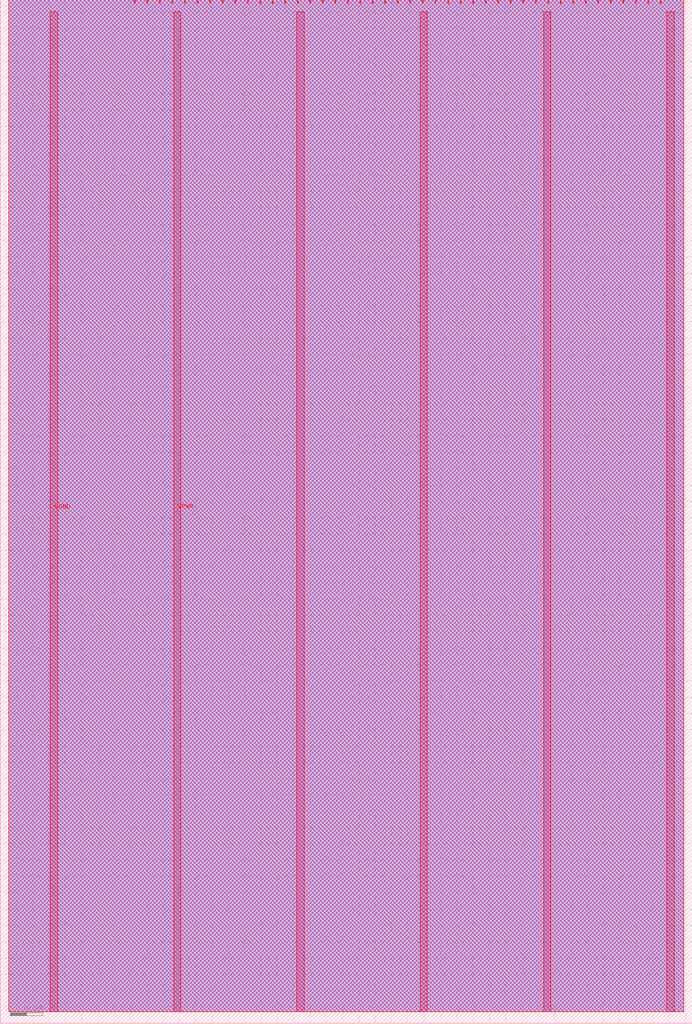
<source format=lef>
VERSION 5.8 ;
BUSBITCHARS "[]" ;
DIVIDERCHAR "/" ;
UNITS
    DATABASE MICRONS 1000 ;
END UNITS

VIA tt_um_htfab_caterpillar_via1_2_2200_440_1_5_410_410
  VIARULE via1Array ;
  CUTSIZE 0.19 0.19 ;
  LAYERS Metal1 Via1 Metal2 ;
  CUTSPACING 0.22 0.22 ;
  ENCLOSURE 0.01 0.125 0.05 0.005 ;
  ROWCOL 1 5 ;
END tt_um_htfab_caterpillar_via1_2_2200_440_1_5_410_410

VIA tt_um_htfab_caterpillar_via2_3_2200_440_1_5_410_410
  VIARULE via2Array ;
  CUTSIZE 0.19 0.19 ;
  LAYERS Metal2 Via2 Metal3 ;
  CUTSPACING 0.22 0.22 ;
  ENCLOSURE 0.05 0.005 0.005 0.05 ;
  ROWCOL 1 5 ;
END tt_um_htfab_caterpillar_via2_3_2200_440_1_5_410_410

VIA tt_um_htfab_caterpillar_via3_4_2200_440_1_5_410_410
  VIARULE via3Array ;
  CUTSIZE 0.19 0.19 ;
  LAYERS Metal3 Via3 Metal4 ;
  CUTSPACING 0.22 0.22 ;
  ENCLOSURE 0.005 0.05 0.05 0.005 ;
  ROWCOL 1 5 ;
END tt_um_htfab_caterpillar_via3_4_2200_440_1_5_410_410

VIA tt_um_htfab_caterpillar_via4_5_2200_440_1_5_410_410
  VIARULE via4Array ;
  CUTSIZE 0.19 0.19 ;
  LAYERS Metal4 Via4 Metal5 ;
  CUTSPACING 0.22 0.22 ;
  ENCLOSURE 0.05 0.005 0.185 0.05 ;
  ROWCOL 1 5 ;
END tt_um_htfab_caterpillar_via4_5_2200_440_1_5_410_410

MACRO tt_um_htfab_caterpillar
  FOREIGN tt_um_htfab_caterpillar 0 0 ;
  CLASS BLOCK ;
  SIZE 212.16 BY 313.74 ;
  PIN clk
    DIRECTION INPUT ;
    USE SIGNAL ;
    PORT
      LAYER Metal5 ;
        RECT  198.57 312.74 198.87 313.74 ;
    END
  END clk
  PIN ena
    DIRECTION INPUT ;
    USE SIGNAL ;
    PORT
      LAYER Metal5 ;
        RECT  202.41 312.74 202.71 313.74 ;
    END
  END ena
  PIN rst_n
    DIRECTION INPUT ;
    USE SIGNAL ;
    PORT
      LAYER Metal5 ;
        RECT  194.73 312.74 195.03 313.74 ;
    END
  END rst_n
  PIN ui_in[0]
    DIRECTION INPUT ;
    USE SIGNAL ;
    PORT
      LAYER Metal5 ;
        RECT  190.89 312.74 191.19 313.74 ;
    END
  END ui_in[0]
  PIN ui_in[1]
    DIRECTION INPUT ;
    USE SIGNAL ;
    PORT
      LAYER Metal5 ;
        RECT  187.05 312.74 187.35 313.74 ;
    END
  END ui_in[1]
  PIN ui_in[2]
    DIRECTION INPUT ;
    USE SIGNAL ;
    PORT
      LAYER Metal5 ;
        RECT  183.21 312.74 183.51 313.74 ;
    END
  END ui_in[2]
  PIN ui_in[3]
    DIRECTION INPUT ;
    USE SIGNAL ;
    PORT
      LAYER Metal5 ;
        RECT  179.37 312.74 179.67 313.74 ;
    END
  END ui_in[3]
  PIN ui_in[4]
    DIRECTION INPUT ;
    USE SIGNAL ;
    PORT
      LAYER Metal5 ;
        RECT  175.53 312.74 175.83 313.74 ;
    END
  END ui_in[4]
  PIN ui_in[5]
    DIRECTION INPUT ;
    USE SIGNAL ;
    PORT
      LAYER Metal5 ;
        RECT  171.69 312.74 171.99 313.74 ;
    END
  END ui_in[5]
  PIN ui_in[6]
    DIRECTION INPUT ;
    USE SIGNAL ;
    PORT
      LAYER Metal5 ;
        RECT  167.85 312.74 168.15 313.74 ;
    END
  END ui_in[6]
  PIN ui_in[7]
    DIRECTION INPUT ;
    USE SIGNAL ;
    PORT
      LAYER Metal5 ;
        RECT  164.01 312.74 164.31 313.74 ;
    END
  END ui_in[7]
  PIN uio_in[0]
    DIRECTION INPUT ;
    USE SIGNAL ;
    PORT
      LAYER Metal5 ;
        RECT  160.17 312.74 160.47 313.74 ;
    END
  END uio_in[0]
  PIN uio_in[1]
    DIRECTION INPUT ;
    USE SIGNAL ;
    PORT
      LAYER Metal5 ;
        RECT  156.33 312.74 156.63 313.74 ;
    END
  END uio_in[1]
  PIN uio_in[2]
    DIRECTION INPUT ;
    USE SIGNAL ;
    PORT
      LAYER Metal5 ;
        RECT  152.49 312.74 152.79 313.74 ;
    END
  END uio_in[2]
  PIN uio_in[3]
    DIRECTION INPUT ;
    USE SIGNAL ;
    PORT
      LAYER Metal5 ;
        RECT  148.65 312.74 148.95 313.74 ;
    END
  END uio_in[3]
  PIN uio_in[4]
    DIRECTION INPUT ;
    USE SIGNAL ;
    PORT
      LAYER Metal5 ;
        RECT  144.81 312.74 145.11 313.74 ;
    END
  END uio_in[4]
  PIN uio_in[5]
    DIRECTION INPUT ;
    USE SIGNAL ;
    PORT
      LAYER Metal5 ;
        RECT  140.97 312.74 141.27 313.74 ;
    END
  END uio_in[5]
  PIN uio_in[6]
    DIRECTION INPUT ;
    USE SIGNAL ;
    PORT
      LAYER Metal5 ;
        RECT  137.13 312.74 137.43 313.74 ;
    END
  END uio_in[6]
  PIN uio_in[7]
    DIRECTION INPUT ;
    USE SIGNAL ;
    PORT
      LAYER Metal5 ;
        RECT  133.29 312.74 133.59 313.74 ;
    END
  END uio_in[7]
  PIN uio_oe[0]
    DIRECTION OUTPUT ;
    USE SIGNAL ;
    PORT
      LAYER Metal5 ;
        RECT  68.01 312.74 68.31 313.74 ;
    END
  END uio_oe[0]
  PIN uio_oe[1]
    DIRECTION OUTPUT ;
    USE SIGNAL ;
    PORT
      LAYER Metal5 ;
        RECT  64.17 312.74 64.47 313.74 ;
    END
  END uio_oe[1]
  PIN uio_oe[2]
    DIRECTION OUTPUT ;
    USE SIGNAL ;
    PORT
      LAYER Metal5 ;
        RECT  60.33 312.74 60.63 313.74 ;
    END
  END uio_oe[2]
  PIN uio_oe[3]
    DIRECTION OUTPUT ;
    USE SIGNAL ;
    PORT
      LAYER Metal5 ;
        RECT  56.49 312.74 56.79 313.74 ;
    END
  END uio_oe[3]
  PIN uio_oe[4]
    DIRECTION OUTPUT ;
    USE SIGNAL ;
    PORT
      LAYER Metal5 ;
        RECT  52.65 312.74 52.95 313.74 ;
    END
  END uio_oe[4]
  PIN uio_oe[5]
    DIRECTION OUTPUT ;
    USE SIGNAL ;
    PORT
      LAYER Metal5 ;
        RECT  48.81 312.74 49.11 313.74 ;
    END
  END uio_oe[5]
  PIN uio_oe[6]
    DIRECTION OUTPUT ;
    USE SIGNAL ;
    PORT
      LAYER Metal5 ;
        RECT  44.97 312.74 45.27 313.74 ;
    END
  END uio_oe[6]
  PIN uio_oe[7]
    DIRECTION OUTPUT ;
    USE SIGNAL ;
    PORT
      LAYER Metal5 ;
        RECT  41.13 312.74 41.43 313.74 ;
    END
  END uio_oe[7]
  PIN uio_out[0]
    DIRECTION OUTPUT ;
    USE SIGNAL ;
    PORT
      LAYER Metal5 ;
        RECT  98.73 312.74 99.03 313.74 ;
    END
  END uio_out[0]
  PIN uio_out[1]
    DIRECTION OUTPUT ;
    USE SIGNAL ;
    PORT
      LAYER Metal5 ;
        RECT  94.89 312.74 95.19 313.74 ;
    END
  END uio_out[1]
  PIN uio_out[2]
    DIRECTION OUTPUT ;
    USE SIGNAL ;
    PORT
      LAYER Metal5 ;
        RECT  91.05 312.74 91.35 313.74 ;
    END
  END uio_out[2]
  PIN uio_out[3]
    DIRECTION OUTPUT ;
    USE SIGNAL ;
    PORT
      LAYER Metal5 ;
        RECT  87.21 312.74 87.51 313.74 ;
    END
  END uio_out[3]
  PIN uio_out[4]
    DIRECTION OUTPUT ;
    USE SIGNAL ;
    PORT
      LAYER Metal5 ;
        RECT  83.37 312.74 83.67 313.74 ;
    END
  END uio_out[4]
  PIN uio_out[5]
    DIRECTION OUTPUT ;
    USE SIGNAL ;
    PORT
      LAYER Metal5 ;
        RECT  79.53 312.74 79.83 313.74 ;
    END
  END uio_out[5]
  PIN uio_out[6]
    DIRECTION OUTPUT ;
    USE SIGNAL ;
    PORT
      LAYER Metal5 ;
        RECT  75.69 312.74 75.99 313.74 ;
    END
  END uio_out[6]
  PIN uio_out[7]
    DIRECTION OUTPUT ;
    USE SIGNAL ;
    PORT
      LAYER Metal5 ;
        RECT  71.85 312.74 72.15 313.74 ;
    END
  END uio_out[7]
  PIN uo_out[0]
    DIRECTION OUTPUT ;
    USE SIGNAL ;
    PORT
      LAYER Metal5 ;
        RECT  129.45 312.74 129.75 313.74 ;
    END
  END uo_out[0]
  PIN uo_out[1]
    DIRECTION OUTPUT ;
    USE SIGNAL ;
    PORT
      LAYER Metal5 ;
        RECT  125.61 312.74 125.91 313.74 ;
    END
  END uo_out[1]
  PIN uo_out[2]
    DIRECTION OUTPUT ;
    USE SIGNAL ;
    PORT
      LAYER Metal5 ;
        RECT  121.77 312.74 122.07 313.74 ;
    END
  END uo_out[2]
  PIN uo_out[3]
    DIRECTION OUTPUT ;
    USE SIGNAL ;
    PORT
      LAYER Metal5 ;
        RECT  117.93 312.74 118.23 313.74 ;
    END
  END uo_out[3]
  PIN uo_out[4]
    DIRECTION OUTPUT ;
    USE SIGNAL ;
    PORT
      LAYER Metal5 ;
        RECT  114.09 312.74 114.39 313.74 ;
    END
  END uo_out[4]
  PIN uo_out[5]
    DIRECTION OUTPUT ;
    USE SIGNAL ;
    PORT
      LAYER Metal5 ;
        RECT  110.25 312.74 110.55 313.74 ;
    END
  END uo_out[5]
  PIN uo_out[6]
    DIRECTION OUTPUT ;
    USE SIGNAL ;
    PORT
      LAYER Metal5 ;
        RECT  106.41 312.74 106.71 313.74 ;
    END
  END uo_out[6]
  PIN uo_out[7]
    DIRECTION OUTPUT ;
    USE SIGNAL ;
    PORT
      LAYER Metal5 ;
        RECT  102.57 312.74 102.87 313.74 ;
    END
  END uo_out[7]
  PIN VGND
    DIRECTION INOUT ;
    USE GROUND ;
    PORT
      LAYER Metal5 ;
        RECT  166.58 3.56 168.78 310.18 ;
        RECT  90.98 3.56 93.18 310.18 ;
        RECT  15.38 3.56 17.58 310.18 ;
    END
  END VGND
  PIN VPWR
    DIRECTION INOUT ;
    USE POWER ;
    PORT
      LAYER Metal5 ;
        RECT  204.38 3.56 206.58 310.18 ;
        RECT  128.78 3.56 130.98 310.18 ;
        RECT  53.18 3.56 55.38 310.18 ;
    END
  END VPWR
  OBS
    LAYER Metal1 ;
     RECT  2.605 3.56 209.555 313.74 ;
    LAYER Metal2 ;
     RECT  2.605 3.56 209.555 313.74 ;
    LAYER Metal3 ;
     RECT  2.605 3.56 209.555 313.74 ;
    LAYER Metal4 ;
     RECT  2.605 3.56 209.555 313.74 ;
    LAYER Metal5 ;
     RECT  2.605 3.56 209.555 313.74 ;
  END
END tt_um_htfab_caterpillar
END LIBRARY

</source>
